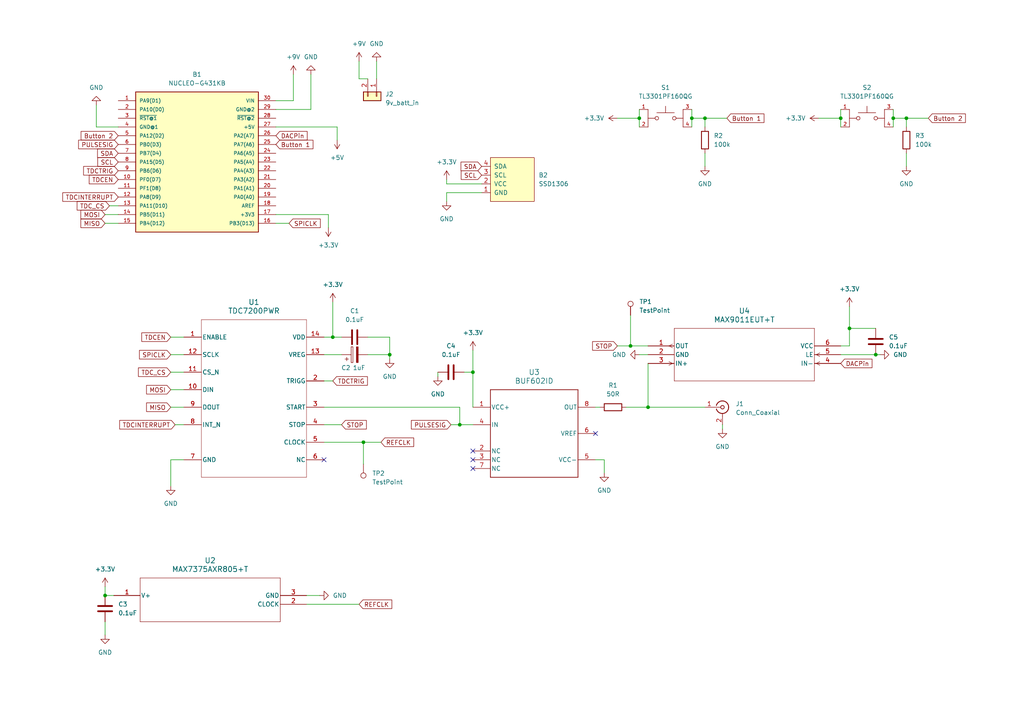
<source format=kicad_sch>
(kicad_sch (version 20230121) (generator eeschema)
  (paper "A4")
  (lib_symbols
    (symbol "2023-07-05_03-30-52:MAX9011EUT+T" (pin_names (offset 0.254))
      (property "Reference" "U" (at 27.94 10.16 0))
      (property "Value" "MAX9011EUT+T" (at 27.94 7.62 0))
      (symbol "MAX9011EUT+T_0_1"
        (polyline (pts (xy 7.0993 -5.08) (xy 6.0579 -5.6007)) (stroke (width 0.127)))
        (polyline (pts (xy 7.0993 -5.08) (xy 6.0579 -4.5593)) (stroke (width 0.127)))
        (polyline (pts (xy 7.0993 -0.5207) (xy 6.0579 0)) (stroke (width 0.127)))
        (polyline (pts (xy 7.0993 0.5207) (xy 6.0579 0)) (stroke (width 0.127)))
        (polyline (pts (xy 7.62 -10.16) (xy 48.26 -10.16)) (stroke (width 0.127)))
        (polyline (pts (xy 7.62 5.08) (xy 7.62 -10.16)) (stroke (width 0.127)))
        (polyline (pts (xy 48.26 -10.16) (xy 48.26 5.08)) (stroke (width 0.127)))
        (polyline (pts (xy 48.26 5.08) (xy 7.62 5.08)) (stroke (width 0.127)))
        (polyline (pts (xy 48.7807 -5.08) (xy 49.8221 -5.6007)) (stroke (width 0.127)))
        (polyline (pts (xy 48.7807 -5.08) (xy 49.8221 -4.5593)) (stroke (width 0.127)))
        (polyline (pts (xy 48.7807 -2.54) (xy 49.8221 -3.0607)) (stroke (width 0.127)))
        (polyline (pts (xy 48.7807 -2.54) (xy 49.8221 -2.0193)) (stroke (width 0.127)))
        (pin output line (at 0 0 0) (length 7.62) (name "OUT") (number "1"))
        (pin power_in line (at 0 -2.54 0) (length 7.62) (name "GND") (number "2"))
        (pin input line (at 0 -5.08 0) (length 7.62) (name "IN+") (number "3"))
        (pin input line (at 55.88 -5.08 180) (length 7.62) (name "IN-") (number "4"))
        (pin input line (at 55.88 -2.54 180) (length 7.62) (name "LE") (number "5"))
        (pin power_in line (at 55.88 0 180) (length 7.62) (name "VCC") (number "6"))
      )
    )
    (symbol "2023-07-05_03-38-51:BUF602ID" (pin_names (offset 0.254))
      (property "Reference" "U" (at 0 2.54 0))
      (property "Value" "BUF602ID" (at 0 0 0))
      (symbol "BUF602ID_0_1"
        (polyline (pts (xy -12.7 -12.7) (xy 12.7 -12.7)) (stroke (width 0.2032)))
        (polyline (pts (xy -12.7 12.7) (xy -12.7 -12.7)) (stroke (width 0.2032)))
        (polyline (pts (xy 12.7 -12.7) (xy 12.7 12.7)) (stroke (width 0.2032)))
        (polyline (pts (xy 12.7 12.7) (xy -12.7 12.7)) (stroke (width 0.2032)))
        (pin power_in line (at -17.78 7.62 0) (length 5.08) (name "VCC+") (number "1"))
        (pin unspecified line (at -17.78 -5.08 0) (length 5.08) (name "NC") (number "2"))
        (pin unspecified line (at -17.78 -7.62 0) (length 5.08) (name "NC") (number "3"))
        (pin input line (at -17.78 2.54 0) (length 5.08) (name "IN") (number "4"))
        (pin power_in line (at 17.78 -7.62 180) (length 5.08) (name "VCC-") (number "5"))
        (pin output line (at 17.78 0 180) (length 5.08) (name "VREF") (number "6"))
        (pin unspecified line (at -17.78 -10.16 0) (length 5.08) (name "NC") (number "7"))
        (pin output line (at 17.78 7.62 180) (length 5.08) (name "OUT") (number "8"))
      )
    )
    (symbol "2023-07-05_04-24-47:MAX7375AXR805+T" (pin_names (offset 0.254))
      (property "Reference" "U" (at 27.94 10.16 0))
      (property "Value" "MAX7375AXR805+T" (at 27.94 7.62 0))
      (symbol "MAX7375AXR805+T_0_1"
        (polyline (pts (xy 7.62 -7.62) (xy 48.26 -7.62)) (stroke (width 0.127)))
        (polyline (pts (xy 7.62 5.08) (xy 7.62 -7.62)) (stroke (width 0.127)))
        (polyline (pts (xy 48.26 -7.62) (xy 48.26 5.08)) (stroke (width 0.127)))
        (polyline (pts (xy 48.26 5.08) (xy 7.62 5.08)) (stroke (width 0.127)))
        (pin power_in line (at 0 0 0) (length 7.62) (name "V+") (number "1"))
        (pin output line (at 55.88 -2.54 180) (length 7.62) (name "CLOCK") (number "2"))
        (pin power_in line (at 55.88 0 180) (length 7.62) (name "GND") (number "3"))
      )
    )
    (symbol "Connector:Conn_Coaxial" (pin_names (offset 1.016) hide)
      (property "Reference" "J" (at 0.254 3.048 0))
      (property "Value" "Conn_Coaxial" (at 2.921 0 90))
      (symbol "Conn_Coaxial_0_1"
        (arc (start -1.778 -0.508) (mid 0.2311 -1.8066) (end 1.778 0) (stroke (width 0.254)))
        (polyline (pts (xy -2.54 0) (xy -0.508 0)))
        (polyline (pts (xy 0 -2.54) (xy 0 -1.778)))
        (circle (center 0 0) (radius 0.508) (stroke (width 0.2032)))
        (arc (start 1.778 0) (mid 0.2099 1.8101) (end -1.778 0.508) (stroke (width 0.254)))
      )
      (symbol "Conn_Coaxial_1_1"
        (pin passive line (at -5.08 0 0) (length 2.54) (name "In") (number "1"))
        (pin passive line (at 0 -5.08 90) (length 2.54) (name "Ext") (number "2"))
      )
    )
    (symbol "Connector:TestPoint" (pin_numbers hide) (pin_names (offset 0.762) hide)
      (property "Reference" "TP" (at 0 6.858 0))
      (property "Value" "TestPoint" (at 0 5.08 0))
      (symbol "TestPoint_0_1"
        (circle (center 0 3.302) (radius 0.762))
      )
      (symbol "TestPoint_1_1"
        (pin passive line (at 0 0 90) (length 2.54) (name "1") (number "1"))
      )
    )
    (symbol "Connector_Generic:Conn_01x02" (pin_names (offset 1.016) hide)
      (property "Reference" "J" (at 0 2.54 0))
      (property "Value" "Conn_01x02" (at 0 -5.08 0))
      (symbol "Conn_01x02_1_1"
        (rectangle (start -1.27 -2.413) (end 0 -2.667) (stroke (width 0.1524)))
        (rectangle (start -1.27 0.127) (end 0 -0.127) (stroke (width 0.1524)))
        (rectangle (start -1.27 1.27) (end 1.27 -3.81) (stroke (width 0.254)) (fill (type background)))
        (pin passive line (at -5.08 0 0) (length 3.81) (name "Pin_1") (number "1"))
        (pin passive line (at -5.08 -2.54 0) (length 3.81) (name "Pin_2") (number "2"))
      )
    )
    (symbol "Device:C" (pin_numbers hide) (pin_names (offset 0.254))
      (property "Reference" "C" (at 0.635 2.54 0))
      (property "Value" "C" (at 0.635 -2.54 0))
      (symbol "C_0_1"
        (polyline (pts (xy -2.032 -0.762) (xy 2.032 -0.762)) (stroke (width 0.508)))
        (polyline (pts (xy -2.032 0.762) (xy 2.032 0.762)) (stroke (width 0.508)))
      )
      (symbol "C_1_1"
        (pin passive line (at 0 3.81 270) (length 2.794) (name "~") (number "1"))
        (pin passive line (at 0 -3.81 90) (length 2.794) (name "~") (number "2"))
      )
    )
    (symbol "Device:C_Polarized" (pin_numbers hide) (pin_names (offset 0.254))
      (property "Reference" "C" (at 0.635 2.54 0))
      (property "Value" "C_Polarized" (at 0.635 -2.54 0))
      (symbol "C_Polarized_0_1"
        (rectangle (start -2.286 0.508) (end 2.286 1.016))
        (polyline (pts (xy -1.778 2.286) (xy -0.762 2.286)))
        (polyline (pts (xy -1.27 2.794) (xy -1.27 1.778)))
        (rectangle (start 2.286 -0.508) (end -2.286 -1.016) (fill (type outline)))
      )
      (symbol "C_Polarized_1_1"
        (pin passive line (at 0 3.81 270) (length 2.794) (name "~") (number "1"))
        (pin passive line (at 0 -3.81 90) (length 2.794) (name "~") (number "2"))
      )
    )
    (symbol "Device:R" (pin_numbers hide) (pin_names (offset 0))
      (property "Reference" "R" (at 2.032 0 90))
      (property "Value" "R" (at 0 0 90))
      (symbol "R_0_1"
        (rectangle (start -1.016 -2.54) (end 1.016 2.54) (stroke (width 0.254)))
      )
      (symbol "R_1_1"
        (pin passive line (at 0 3.81 270) (length 1.27) (name "~") (number "1"))
        (pin passive line (at 0 -3.81 90) (length 1.27) (name "~") (number "2"))
      )
    )
    (symbol "NUCLEO-G431KB:NUCLEO-G431KB" (pin_names (offset 1.016))
      (property "Reference" "IC" (at -3.81 22.86 0))
      (property "Value" "NUCLEO-G431KB" (at -6.35 -22.86 0))
      (symbol "NUCLEO-G431KB_0_0"
        (rectangle (start -17.78 -20.32) (end 17.78 20.32) (stroke (width 0.254)) (fill (type background)))
        (pin bidirectional line (at -22.86 17.78 0) (length 5.08) (name "PA9(D1)") (number "1"))
        (pin bidirectional line (at -22.86 -5.08 0) (length 5.08) (name "PF0(D7)") (number "10"))
        (pin bidirectional line (at -22.86 -7.62 0) (length 5.08) (name "PF1(D8)") (number "11"))
        (pin bidirectional line (at -22.86 -10.16 0) (length 5.08) (name "PA8(D9)") (number "12"))
        (pin bidirectional line (at -22.86 -12.7 0) (length 5.08) (name "PA11(D10)") (number "13"))
        (pin bidirectional line (at -22.86 -15.24 0) (length 5.08) (name "PB5(D11)") (number "14"))
        (pin bidirectional line (at -22.86 -17.78 0) (length 5.08) (name "PB4(D12)") (number "15"))
        (pin bidirectional line (at 22.86 -17.78 180) (length 5.08) (name "PB3(D13)") (number "16"))
        (pin passive line (at 22.86 -15.24 180) (length 5.08) (name "+3V3") (number "17"))
        (pin passive line (at 22.86 -12.7 180) (length 5.08) (name "AREF") (number "18"))
        (pin bidirectional line (at 22.86 -10.16 180) (length 5.08) (name "PA0(A0)") (number "19"))
        (pin bidirectional line (at -22.86 15.24 0) (length 5.08) (name "PA10(D0)") (number "2"))
        (pin bidirectional line (at 22.86 -7.62 180) (length 5.08) (name "PA1(A1)") (number "20"))
        (pin bidirectional line (at 22.86 -5.08 180) (length 5.08) (name "PA3(A2)") (number "21"))
        (pin bidirectional line (at 22.86 -2.54 180) (length 5.08) (name "PA4(A3)") (number "22"))
        (pin bidirectional line (at 22.86 0 180) (length 5.08) (name "PA5(A4)") (number "23"))
        (pin bidirectional line (at 22.86 2.54 180) (length 5.08) (name "PA6(A5)") (number "24"))
        (pin bidirectional line (at 22.86 5.08 180) (length 5.08) (name "PA7(A6)") (number "25"))
        (pin bidirectional line (at 22.86 7.62 180) (length 5.08) (name "PA2(A7)") (number "26"))
        (pin passive line (at 22.86 10.16 180) (length 5.08) (name "+5V") (number "27"))
        (pin bidirectional line (at 22.86 12.7 180) (length 5.08) (name "~{RST@2}") (number "28"))
        (pin passive line (at 22.86 15.24 180) (length 5.08) (name "GND@2") (number "29"))
        (pin bidirectional line (at -22.86 12.7 0) (length 5.08) (name "~{RST@1}") (number "3"))
        (pin passive line (at 22.86 17.78 180) (length 5.08) (name "VIN") (number "30"))
        (pin passive line (at -22.86 10.16 0) (length 5.08) (name "GND@1") (number "4"))
        (pin bidirectional line (at -22.86 7.62 0) (length 5.08) (name "PA12(D2)") (number "5"))
        (pin bidirectional line (at -22.86 5.08 0) (length 5.08) (name "PB0(D3)") (number "6"))
        (pin bidirectional line (at -22.86 2.54 0) (length 5.08) (name "PB7(D4)") (number "7"))
        (pin bidirectional line (at -22.86 0 0) (length 5.08) (name "PA15(D5)") (number "8"))
        (pin bidirectional line (at -22.86 -2.54 0) (length 5.08) (name "PB6(D6)") (number "9"))
      )
    )
    (symbol "SSD1306-128x64_OLED:SSD1306" (pin_names (offset 1.016))
      (property "Reference" "Brd" (at 0 -3.81 0))
      (property "Value" "SSD1306" (at 0 -1.27 0))
      (symbol "SSD1306_0_1"
        (rectangle (start -6.35 6.35) (end 6.35 -6.35) (fill (type background)))
      )
      (symbol "SSD1306_1_1"
        (pin input line (at -3.81 8.89 270) (length 2.54) (name "GND") (number "1"))
        (pin input line (at -1.27 8.89 270) (length 2.54) (name "VCC") (number "2"))
        (pin input line (at 1.27 8.89 270) (length 2.54) (name "SCL") (number "3"))
        (pin input line (at 3.81 8.89 270) (length 2.54) (name "SDA") (number "4"))
      )
    )
    (symbol "TDC:TDC7200PWR" (pin_names (offset 0.254))
      (property "Reference" "U" (at 0 2.54 0))
      (property "Value" "TDC7200PWR" (at 0 0 0))
      (symbol "TDC7200PWR_0_1"
        (polyline (pts (xy -15.24 -22.86) (xy 15.24 -22.86)) (stroke (width 0.1016)))
        (polyline (pts (xy -15.24 22.86) (xy -15.24 -22.86)) (stroke (width 0.1016)))
        (polyline (pts (xy 15.24 -22.86) (xy 15.24 22.86)) (stroke (width 0.1016)))
        (polyline (pts (xy 15.24 22.86) (xy -15.24 22.86)) (stroke (width 0.1016)))
        (pin input line (at 20.32 17.78 180) (length 5.08) (name "ENABLE") (number "1"))
        (pin input line (at 20.32 2.54 180) (length 5.08) (name "DIN") (number "10"))
        (pin input line (at 20.32 7.62 180) (length 5.08) (name "CS_N") (number "11"))
        (pin input line (at 20.32 12.7 180) (length 5.08) (name "SCLK") (number "12"))
        (pin power_in line (at -20.32 12.7 0) (length 5.08) (name "VREG") (number "13"))
        (pin power_in line (at -20.32 17.78 0) (length 5.08) (name "VDD") (number "14"))
        (pin output line (at -20.32 5.08 0) (length 5.08) (name "TRIGG") (number "2"))
        (pin input line (at -20.32 -2.54 0) (length 5.08) (name "START") (number "3"))
        (pin input line (at -20.32 -7.62 0) (length 5.08) (name "STOP") (number "4"))
        (pin input line (at -20.32 -12.7 0) (length 5.08) (name "CLOCK") (number "5"))
        (pin unspecified line (at -20.32 -17.78 0) (length 5.08) (name "NC") (number "6"))
        (pin power_in line (at 20.32 -17.78 180) (length 5.08) (name "GND") (number "7"))
        (pin output line (at 20.32 -7.62 180) (length 5.08) (name "INT_N") (number "8"))
        (pin output line (at 20.32 -2.54 180) (length 5.08) (name "DOUT") (number "9"))
      )
    )
    (symbol "TL3301PF160QG:TL3301PF160QG" (pin_names (offset 1.016))
      (property "Reference" "S" (at -5.08 5.08 0))
      (property "Value" "TL3301PF160QG" (at -5.08 -5.08 0))
      (symbol "TL3301PF160QG_0_0"
        (circle (center -2.54 0) (radius 0.508) (stroke (width 0.1524)))
        (polyline (pts (xy -5.08 0) (xy -3.048 0)) (stroke (width 0.1524)))
        (polyline (pts (xy -5.08 2.54) (xy -5.08 -2.54)) (stroke (width 0.1524)))
        (polyline (pts (xy -2.54 1.5875) (xy 0 1.5875)) (stroke (width 0.1524)))
        (polyline (pts (xy 0 1.5875) (xy 0 3.4925)) (stroke (width 0.1524)))
        (polyline (pts (xy 0 1.5875) (xy 2.54 1.5875)) (stroke (width 0.1524)))
        (polyline (pts (xy 5.08 0) (xy 3.048 0)) (stroke (width 0.1524)))
        (polyline (pts (xy 5.08 2.54) (xy 5.08 -2.54)) (stroke (width 0.1524)))
        (circle (center 2.54 0) (radius 0.508) (stroke (width 0.1524)))
        (pin passive line (at -7.62 2.54 0) (length 2.54) (name "~") (number "1"))
        (pin passive line (at -7.62 -2.54 0) (length 2.54) (name "~") (number "2"))
        (pin passive line (at 7.62 2.54 180) (length 2.54) (name "~") (number "3"))
        (pin passive line (at 7.62 -2.54 180) (length 2.54) (name "~") (number "4"))
      )
    )
    (symbol "power:+3.3V" (power) (pin_names (offset 0))
      (property "Value" "+3.3V" (at 0 3.556 0))
      (symbol "+3.3V_0_1"
        (polyline (pts (xy -0.762 1.27) (xy 0 2.54)))
        (polyline (pts (xy 0 0) (xy 0 2.54)))
        (polyline (pts (xy 0 2.54) (xy 0.762 1.27)))
      )
      (symbol "+3.3V_1_1"
        (pin power_in line (at 0 0 90) (length 0) hide (name "+3.3V") (number "1"))
      )
    )
    (symbol "power:+5V" (power) (pin_names (offset 0))
      (property "Value" "+5V" (at 0 3.556 0))
      (symbol "+5V_0_1"
        (polyline (pts (xy -0.762 1.27) (xy 0 2.54)))
        (polyline (pts (xy 0 0) (xy 0 2.54)))
        (polyline (pts (xy 0 2.54) (xy 0.762 1.27)))
      )
      (symbol "+5V_1_1"
        (pin power_in line (at 0 0 90) (length 0) hide (name "+5V") (number "1"))
      )
    )
    (symbol "power:+9V" (power) (pin_names (offset 0))
      (property "Value" "+9V" (at 0 3.556 0))
      (symbol "+9V_0_1"
        (polyline (pts (xy -0.762 1.27) (xy 0 2.54)))
        (polyline (pts (xy 0 0) (xy 0 2.54)))
        (polyline (pts (xy 0 2.54) (xy 0.762 1.27)))
      )
      (symbol "+9V_1_1"
        (pin power_in line (at 0 0 90) (length 0) hide (name "+9V") (number "1"))
      )
    )
    (symbol "power:GND" (power) (pin_names (offset 0))
      (property "Value" "GND" (at 0 -3.81 0))
      (symbol "GND_0_1"
        (polyline (pts (xy 0 0) (xy 0 -1.27) (xy 1.27 -1.27) (xy 0 -2.54) (xy -1.27 -1.27) (xy 0 -1.27)))
      )
      (symbol "GND_1_1"
        (pin power_in line (at 0 0 270) (length 0) hide (name "GND") (number "1"))
      )
    )
  )
  (junction (at 182.88 100.33))
  (junction (at 200.66 34.29))
  (junction (at 254 102.87))
  (junction (at 30.48 172.72))
  (junction (at 204.47 34.29))
  (junction (at 133.35 123.19))
  (junction (at 113.03 102.87))
  (junction (at 259.08 34.29))
  (junction (at 96.52 97.79))
  (junction (at 246.38 95.25))
  (junction (at 105.41 128.27))
  (junction (at 262.89 34.29))
  (junction (at 243.84 34.29))
  (junction (at 137.16 107.95))
  (junction (at 187.96 118.11))
  (junction (at 185.42 34.29))
  (no_connect (at 137.16 130.81))
  (no_connect (at 137.16 133.35))
  (no_connect (at 137.16 135.89))
  (no_connect (at 172.72 125.73))
  (no_connect (at 93.98 133.35))
  (wire (pts (xy 182.88 91.44) (xy 182.88 100.33)))
  (wire (pts (xy 90.17 21.59) (xy 90.17 31.75)))
  (wire (pts (xy 130.81 123.19) (xy 133.35 123.19)))
  (wire (pts (xy 104.14 17.78) (xy 104.14 22.86)))
  (wire (pts (xy 30.48 62.23) (xy 34.29 62.23)))
  (wire (pts (xy 27.94 30.48) (xy 27.94 36.83)))
  (wire (pts (xy 243.84 34.29) (xy 243.84 36.83)))
  (wire (pts (xy 113.03 97.79) (xy 113.03 102.87)))
  (wire (pts (xy 259.08 34.29) (xy 259.08 36.83)))
  (wire (pts (xy 243.84 102.87) (xy 254 102.87)))
  (wire (pts (xy 113.03 102.87) (xy 113.03 104.14)))
  (wire (pts (xy 262.89 34.29) (xy 269.24 34.29)))
  (wire (pts (xy 185.42 102.87) (xy 187.96 102.87)))
  (wire (pts (xy 49.53 97.79) (xy 53.34 97.79)))
  (wire (pts (xy 129.54 53.34) (xy 139.7 53.34)))
  (wire (pts (xy 246.38 100.33) (xy 246.38 95.25)))
  (wire (pts (xy 80.01 36.83) (xy 97.79 36.83)))
  (wire (pts (xy 30.48 64.77) (xy 34.29 64.77)))
  (wire (pts (xy 85.09 21.59) (xy 85.09 29.21)))
  (wire (pts (xy 80.01 62.23) (xy 95.25 62.23)))
  (wire (pts (xy 243.84 31.75) (xy 243.84 34.29)))
  (wire (pts (xy 88.9 175.26) (xy 104.14 175.26)))
  (wire (pts (xy 133.35 123.19) (xy 137.16 123.19)))
  (wire (pts (xy 93.98 110.49) (xy 96.52 110.49)))
  (wire (pts (xy 179.07 100.33) (xy 182.88 100.33)))
  (wire (pts (xy 49.53 107.95) (xy 53.34 107.95)))
  (wire (pts (xy 262.89 34.29) (xy 262.89 36.83)))
  (wire (pts (xy 209.55 123.19) (xy 209.55 124.46)))
  (wire (pts (xy 49.53 133.35) (xy 49.53 140.97)))
  (wire (pts (xy 175.26 133.35) (xy 175.26 137.16)))
  (wire (pts (xy 133.35 118.11) (xy 133.35 123.19)))
  (wire (pts (xy 200.66 31.75) (xy 200.66 34.29)))
  (wire (pts (xy 96.52 97.79) (xy 99.06 97.79)))
  (wire (pts (xy 237.49 34.29) (xy 243.84 34.29)))
  (wire (pts (xy 246.38 88.9) (xy 246.38 95.25)))
  (wire (pts (xy 93.98 97.79) (xy 96.52 97.79)))
  (wire (pts (xy 129.54 52.07) (xy 129.54 53.34)))
  (wire (pts (xy 50.8 123.19) (xy 53.34 123.19)))
  (wire (pts (xy 95.25 62.23) (xy 95.25 66.04)))
  (wire (pts (xy 30.48 172.72) (xy 33.02 172.72)))
  (wire (pts (xy 262.89 44.45) (xy 262.89 48.26)))
  (wire (pts (xy 134.62 107.95) (xy 137.16 107.95)))
  (wire (pts (xy 187.96 105.41) (xy 187.96 118.11)))
  (wire (pts (xy 49.53 113.03) (xy 53.34 113.03)))
  (wire (pts (xy 80.01 29.21) (xy 85.09 29.21)))
  (wire (pts (xy 204.47 44.45) (xy 204.47 48.26)))
  (wire (pts (xy 204.47 34.29) (xy 204.47 36.83)))
  (wire (pts (xy 172.72 118.11) (xy 173.99 118.11)))
  (wire (pts (xy 181.61 118.11) (xy 187.96 118.11)))
  (wire (pts (xy 129.54 55.88) (xy 139.7 55.88)))
  (wire (pts (xy 105.41 128.27) (xy 110.49 128.27)))
  (wire (pts (xy 30.48 170.18) (xy 30.48 172.72)))
  (wire (pts (xy 172.72 133.35) (xy 175.26 133.35)))
  (wire (pts (xy 97.79 36.83) (xy 97.79 40.64)))
  (wire (pts (xy 53.34 133.35) (xy 49.53 133.35)))
  (wire (pts (xy 31.75 59.69) (xy 34.29 59.69)))
  (wire (pts (xy 259.08 31.75) (xy 259.08 34.29)))
  (wire (pts (xy 105.41 128.27) (xy 105.41 134.62)))
  (wire (pts (xy 106.68 97.79) (xy 113.03 97.79)))
  (wire (pts (xy 259.08 34.29) (xy 262.89 34.29)))
  (wire (pts (xy 93.98 128.27) (xy 105.41 128.27)))
  (wire (pts (xy 93.98 123.19) (xy 99.06 123.19)))
  (wire (pts (xy 185.42 31.75) (xy 185.42 34.29)))
  (wire (pts (xy 179.07 34.29) (xy 185.42 34.29)))
  (wire (pts (xy 104.14 22.86) (xy 106.68 22.86)))
  (wire (pts (xy 200.66 34.29) (xy 204.47 34.29)))
  (wire (pts (xy 30.48 180.34) (xy 30.48 184.15)))
  (wire (pts (xy 129.54 58.42) (xy 129.54 55.88)))
  (wire (pts (xy 127 107.95) (xy 127 109.22)))
  (wire (pts (xy 185.42 34.29) (xy 185.42 36.83)))
  (wire (pts (xy 88.9 172.72) (xy 92.71 172.72)))
  (wire (pts (xy 109.22 17.78) (xy 109.22 22.86)))
  (wire (pts (xy 137.16 107.95) (xy 137.16 118.11)))
  (wire (pts (xy 200.66 34.29) (xy 200.66 36.83)))
  (wire (pts (xy 27.94 36.83) (xy 34.29 36.83)))
  (wire (pts (xy 90.17 31.75) (xy 80.01 31.75)))
  (wire (pts (xy 93.98 102.87) (xy 99.06 102.87)))
  (wire (pts (xy 96.52 87.63) (xy 96.52 97.79)))
  (wire (pts (xy 187.96 118.11) (xy 204.47 118.11)))
  (wire (pts (xy 246.38 95.25) (xy 254 95.25)))
  (wire (pts (xy 106.68 102.87) (xy 113.03 102.87)))
  (wire (pts (xy 137.16 101.6) (xy 137.16 107.95)))
  (wire (pts (xy 49.53 118.11) (xy 53.34 118.11)))
  (wire (pts (xy 204.47 34.29) (xy 210.82 34.29)))
  (wire (pts (xy 80.01 64.77) (xy 83.82 64.77)))
  (wire (pts (xy 49.53 102.87) (xy 53.34 102.87)))
  (wire (pts (xy 254 102.87) (xy 255.27 102.87)))
  (wire (pts (xy 93.98 118.11) (xy 133.35 118.11)))
  (wire (pts (xy 243.84 100.33) (xy 246.38 100.33)))
  (wire (pts (xy 182.88 100.33) (xy 187.96 100.33)))
  (global_label "STOP" (shape input) (at 99.06 123.19 0) (property "Intersheetrefs" "${INTERSHEET_REFS}" (effects hide)))
  (global_label "Button 2" (shape input) (at 269.24 34.29 0) (property "Intersheetrefs" "${INTERSHEET_REFS}" (effects hide)))
  (global_label "Button 1" (shape input) (at 210.82 34.29 0) (property "Intersheetrefs" "${INTERSHEET_REFS}" (effects hide)))
  (global_label "PULSESIG" (shape input) (at 34.29 41.91 180) (property "Intersheetrefs" "${INTERSHEET_REFS}" (effects hide)))
  (global_label "MISO" (shape input) (at 30.48 64.77 180) (property "Intersheetrefs" "${INTERSHEET_REFS}" (effects hide)))
  (global_label "SCL" (shape input) (at 34.29 46.99 180) (property "Intersheetrefs" "${INTERSHEET_REFS}" (effects hide)))
  (global_label "Button 1" (shape input) (at 80.01 41.91 0) (property "Intersheetrefs" "${INTERSHEET_REFS}" (effects hide)))
  (global_label "REFCLK" (shape input) (at 110.49 128.27 0) (property "Intersheetrefs" "${INTERSHEET_REFS}" (effects hide)))
  (global_label "TDCEN" (shape input) (at 49.53 97.79 180) (property "Intersheetrefs" "${INTERSHEET_REFS}" (effects hide)))
  (global_label "TDCINTERRUPT" (shape input) (at 50.8 123.19 180) (property "Intersheetrefs" "${INTERSHEET_REFS}" (effects hide)))
  (global_label "SCL" (shape input) (at 139.7 50.8 180) (property "Intersheetrefs" "${INTERSHEET_REFS}" (effects hide)))
  (global_label "SPICLK" (shape input) (at 83.82 64.77 0) (property "Intersheetrefs" "${INTERSHEET_REFS}" (effects hide)))
  (global_label "MOSI" (shape input) (at 30.48 62.23 180) (property "Intersheetrefs" "${INTERSHEET_REFS}" (effects hide)))
  (global_label "DACPin" (shape input) (at 243.84 105.41 0) (property "Intersheetrefs" "${INTERSHEET_REFS}" (effects hide)))
  (global_label "DACPin" (shape input) (at 80.01 39.37 0) (property "Intersheetrefs" "${INTERSHEET_REFS}" (effects hide)))
  (global_label "TDCTRIG" (shape input) (at 34.29 49.53 180) (property "Intersheetrefs" "${INTERSHEET_REFS}" (effects hide)))
  (global_label "TDC_CS" (shape input) (at 31.75 59.69 180) (property "Intersheetrefs" "${INTERSHEET_REFS}" (effects hide)))
  (global_label "MISO" (shape input) (at 49.53 118.11 180) (property "Intersheetrefs" "${INTERSHEET_REFS}" (effects hide)))
  (global_label "TDC_CS" (shape input) (at 49.53 107.95 180) (property "Intersheetrefs" "${INTERSHEET_REFS}" (effects hide)))
  (global_label "TDCEN" (shape input) (at 34.29 52.07 180) (property "Intersheetrefs" "${INTERSHEET_REFS}" (effects hide)))
  (global_label "MOSI" (shape input) (at 49.53 113.03 180) (property "Intersheetrefs" "${INTERSHEET_REFS}" (effects hide)))
  (global_label "REFCLK" (shape input) (at 104.14 175.26 0) (property "Intersheetrefs" "${INTERSHEET_REFS}" (effects hide)))
  (global_label "TDCTRIG" (shape input) (at 96.52 110.49 0) (property "Intersheetrefs" "${INTERSHEET_REFS}" (effects hide)))
  (global_label "Button 2" (shape input) (at 34.29 39.37 180) (property "Intersheetrefs" "${INTERSHEET_REFS}" (effects hide)))
  (global_label "SPICLK" (shape input) (at 49.53 102.87 180) (property "Intersheetrefs" "${INTERSHEET_REFS}" (effects hide)))
  (global_label "SDA" (shape input) (at 139.7 48.26 180) (property "Intersheetrefs" "${INTERSHEET_REFS}" (effects hide)))
  (global_label "PULSESIG" (shape input) (at 130.81 123.19 180) (property "Intersheetrefs" "${INTERSHEET_REFS}" (effects hide)))
  (global_label "SDA" (shape input) (at 34.29 44.45 180) (property "Intersheetrefs" "${INTERSHEET_REFS}" (effects hide)))
  (global_label "STOP" (shape input) (at 179.07 100.33 180) (property "Intersheetrefs" "${INTERSHEET_REFS}" (effects hide)))
  (global_label "TDCINTERRUPT" (shape input) (at 34.29 57.15 180) (property "Intersheetrefs" "${INTERSHEET_REFS}" (effects hide)))
  (symbol (lib_id "power:GND") (at 30.48 184.15 0) (unit 1)
    (property "Reference" "#PWR07" (effects hide))
    (property "Value" "GND" (at 30.48 189.23 0))
  )
  (symbol (lib_id "power:+3.3V") (at 237.49 34.29 90) (unit 1)
    (property "Reference" "#PWR023" (effects hide))
    (property "Value" "+3.3V" (at 233.68 34.29 90) (effects (justify left)))
  )
  (symbol (lib_id "Connector:TestPoint") (at 182.88 91.44 0) (unit 1)
    (property "Reference" "TP1" (at 185.42 87.503 0) (effects (justify left)))
    (property "Value" "TestPoint" (at 185.42 90.043 0) (effects (justify left)))
    (property "Footprint" "Connector_PinHeader_2.54mm:PinHeader_1x01_P2.54mm_Vertical" (effects hide))
  )
  (symbol (lib_id "power:+3.3V") (at 129.54 52.07 0) (unit 1)
    (property "Reference" "#PWR018" (effects hide))
    (property "Value" "+3.3V" (at 129.54 46.99 0))
  )
  (symbol (lib_id "power:GND") (at 92.71 172.72 90) (unit 1)
    (property "Reference" "#PWR012" (effects hide))
    (property "Value" "GND" (at 96.52 172.72 90) (effects (justify right)))
  )
  (symbol (lib_id "power:+9V") (at 104.14 17.78 0) (unit 1)
    (property "Reference" "#PWR025" (effects hide))
    (property "Value" "+9V" (at 104.14 12.7 0))
  )
  (symbol (lib_id "power:GND") (at 109.22 17.78 180) (unit 1)
    (property "Reference" "#PWR026" (effects hide))
    (property "Value" "GND" (at 109.22 12.7 0))
  )
  (symbol (lib_id "power:GND") (at 204.47 48.26 0) (unit 1)
    (property "Reference" "#PWR022" (effects hide))
    (property "Value" "GND" (at 204.47 53.34 0))
  )
  (symbol (lib_id "power:GND") (at 49.53 140.97 0) (unit 1)
    (property "Reference" "#PWR03" (effects hide))
    (property "Value" "GND" (at 49.53 146.05 0))
  )
  (symbol (lib_id "Connector:Conn_Coaxial") (at 209.55 118.11 0) (unit 1)
    (property "Reference" "J1" (at 213.36 117.1332 0) (effects (justify left)))
    (property "Value" "Conn_Coaxial" (at 213.36 119.6732 0) (effects (justify left)))
    (property "Footprint" "Library:0731375003_BCN_conn" (effects hide))
    (property "Datasheet" " ~" (effects hide))
  )
  (symbol (lib_id "power:GND") (at 185.42 102.87 270) (unit 1)
    (property "Reference" "#PWR011" (effects hide))
    (property "Value" "GND" (at 181.61 102.87 90) (effects (justify right)))
  )
  (symbol (lib_id "power:GND") (at 175.26 137.16 0) (unit 1)
    (property "Reference" "#PWR010" (effects hide))
    (property "Value" "GND" (at 175.26 142.24 0))
  )
  (symbol (lib_id "Device:C") (at 254 99.06 180) (unit 1)
    (property "Reference" "C5" (at 257.81 97.79 0) (effects (justify right)))
    (property "Value" "0.1uF" (at 257.81 100.33 0) (effects (justify right)))
    (property "Footprint" "06035C104JAT2A:CAPC1608X90N" (effects hide))
  )
  (symbol (lib_id "Connector_Generic:Conn_01x02") (at 109.22 27.94 270) (unit 1)
    (property "Reference" "J2" (at 111.76 27.305 90) (effects (justify left)))
    (property "Value" "9v_batt_in" (at 111.76 29.845 90) (effects (justify left)))
    (property "Footprint" "Connector_PinHeader_2.54mm:PinHeader_1x02_P2.54mm_Vertical" (effects hide))
  )
  (symbol (lib_id "2023-07-05_03-30-52:MAX9011EUT+T") (at 187.96 100.33 0) (unit 1)
    (property "Reference" "U4" (at 215.9 90.17 0) (effects (font (size 1.524 1.524))))
    (property "Value" "MAX9011EUT+T" (at 215.9 92.71 0) (effects (font (size 1.524 1.524))))
    (property "Footprint" "MAX9011EUT:21-0058I_MXM" (effects hide))
    (property "Datasheet" "MAX9011EUT+T" (effects hide))
  )
  (symbol (lib_id "Connector:TestPoint") (at 105.41 134.62 180) (unit 1)
    (property "Reference" "TP2" (at 107.95 137.287 0) (effects (justify right)))
    (property "Value" "TestPoint" (at 107.95 139.827 0) (effects (justify right)))
    (property "Footprint" "Connector_PinHeader_2.54mm:PinHeader_1x01_P2.54mm_Vertical" (effects hide))
  )
  (symbol (lib_id "power:GND") (at 209.55 124.46 0) (unit 1)
    (property "Reference" "#PWR013" (effects hide))
    (property "Value" "GND" (at 209.55 129.54 0))
  )
  (symbol (lib_id "2023-07-05_04-24-47:MAX7375AXR805+T") (at 33.02 172.72 0) (unit 1)
    (property "Reference" "U2" (at 60.96 162.56 0) (effects (font (size 1.524 1.524))))
    (property "Value" "MAX7375AXR805+T" (at 60.96 165.1 0) (effects (font (size 1.524 1.524))))
    (property "Footprint" "MAX737AXR805:21-0075D_MXM" (effects hide))
    (property "Datasheet" "MAX7375AXR805+T" (effects hide))
  )
  (symbol (lib_id "power:+3.3V") (at 137.16 101.6 0) (unit 1)
    (property "Reference" "#PWR09" (effects hide))
    (property "Value" "+3.3V" (at 137.16 96.52 0))
  )
  (symbol (lib_id "Device:R") (at 177.8 118.11 90) (unit 1)
    (property "Reference" "R1" (at 177.8 111.76 90))
    (property "Value" "50R" (at 177.8 114.3 90))
    (property "Footprint" "WSC251550R00FEA:RES_WSC_2515-M" (effects hide))
  )
  (symbol (lib_id "TL3301PF160QG:TL3301PF160QG") (at 193.04 34.29 0) (unit 1)
    (property "Reference" "S1" (at 193.04 25.4 0))
    (property "Value" "TL3301PF160QG" (at 193.04 27.94 0))
    (property "Footprint" "TL3301PF160QG:SW_TL3301PF160QG" (effects hide))
    (property "PARTREV" "E" (effects hide))
    (property "STANDARD" "Manufacturer Recommendations" (effects hide))
    (property "MANUFACTURER" "E-Switch" (effects hide))
    (property "MAXIMUM_PACKAGE_HEIGHT" "5 mm" (effects hide))
    (property "SNAPEDA_PN" "TL3301AF160QG" (effects hide))
  )
  (symbol (lib_id "power:+9V") (at 85.09 21.59 0) (unit 1)
    (property "Reference" "#PWR01" (effects hide))
    (property "Value" "+9V" (at 85.09 16.51 0))
  )
  (symbol (lib_id "power:+3.3V") (at 246.38 88.9 0) (unit 1)
    (property "Reference" "#PWR014" (effects hide))
    (property "Value" "+3.3V" (at 246.38 83.82 0))
  )
  (symbol (lib_id "Device:R") (at 204.47 40.64 0) (unit 1)
    (property "Reference" "R2" (at 207.01 39.37 0) (effects (justify left)))
    (property "Value" "100k" (at 207.01 41.91 0) (effects (justify left)))
    (property "Footprint" "CRCW0201100KFKED:RC0201N_VIS-M" (effects hide))
  )
  (symbol (lib_id "power:GND") (at 255.27 102.87 90) (unit 1)
    (property "Reference" "#PWR015" (effects hide))
    (property "Value" "GND" (at 259.08 102.87 90) (effects (justify right)))
  )
  (symbol (lib_id "power:GND") (at 113.03 104.14 0) (unit 1)
    (property "Reference" "#PWR05" (effects hide))
    (property "Value" "GND" (at 113.03 109.22 0))
  )
  (symbol (lib_id "power:+5V") (at 97.79 40.64 180) (unit 1)
    (property "Reference" "#PWR017" (effects hide))
    (property "Value" "+5V" (at 97.79 45.72 0))
  )
  (symbol (lib_id "power:GND") (at 262.89 48.26 0) (unit 1)
    (property "Reference" "#PWR024" (effects hide))
    (property "Value" "GND" (at 262.89 53.34 0))
  )
  (symbol (lib_id "power:GND") (at 127 109.22 0) (unit 1)
    (property "Reference" "#PWR08" (effects hide))
    (property "Value" "GND" (at 127 114.3 0))
  )
  (symbol (lib_id "Device:C") (at 102.87 97.79 90) (unit 1)
    (property "Reference" "C1" (at 102.87 90.17 90))
    (property "Value" "0.1uF" (at 102.87 92.71 90))
    (property "Footprint" "06035C104JAT2A:CAPC1608X90N" (effects hide))
  )
  (symbol (lib_id "TDC:TDC7200PWR") (at 73.66 115.57 0) (mirror y) (unit 1)
    (property "Reference" "U1" (at 73.66 87.63 0) (effects (font (size 1.524 1.524))))
    (property "Value" "TDC7200PWR" (at 73.66 90.17 0) (effects (font (size 1.524 1.524))))
    (property "Footprint" "TDC7200PWR:SOP65P640X120-14N" (effects hide))
    (property "Datasheet" "TDC7200PWR" (effects hide))
  )
  (symbol (lib_id "power:+3.3V") (at 95.25 66.04 180) (unit 1)
    (property "Reference" "#PWR016" (effects hide))
    (property "Value" "+3.3V" (at 95.25 71.12 0))
  )
  (symbol (lib_id "power:+3.3V") (at 96.52 87.63 0) (unit 1)
    (property "Reference" "#PWR04" (effects hide))
    (property "Value" "+3.3V" (at 96.52 82.55 0))
  )
  (symbol (lib_id "power:GND") (at 27.94 30.48 180) (unit 1)
    (property "Reference" "#PWR02" (effects hide))
    (property "Value" "GND" (at 27.94 25.4 0))
  )
  (symbol (lib_id "NUCLEO-G431KB:NUCLEO-G431KB") (at 57.15 46.99 0) (unit 1)
    (property "Reference" "B1" (at 57.15 21.59 0))
    (property "Value" "NUCLEO-G431KB" (at 57.15 24.13 0))
    (property "Footprint" "NUCLEO-G431KB:DIPS1524W66P254L5029H1500Q30N" (effects hide))
    (property "MANUFACTURER_NAME" "STMicroelectronics" (effects hide))
    (property "RS_PRICE-STOCK" "http://uk.rs-online.com/web/p/products/9092862" (effects hide))
    (property "DESCRIPTION" "STM32 Nucleo-32 development board" (effects hide))
    (property "RS_PART_NUMBER" "9092862" (effects hide))
    (property "HEIGHT" "15mm" (effects hide))
    (property "ARROW_PRICE-STOCK" "https://www.arrow.com/en/products/nucleo-f303k8/stmicroelectronics" (effects hide))
    (property "ARROW_PART_NUMBER" "NUCLEO-F303K8" (effects hide))
    (property "MANUFACTURER_PART_NUMBER" "NUCLEO-F303K8" (effects hide))
  )
  (symbol (lib_id "Device:C") (at 30.48 176.53 0) (unit 1)
    (property "Reference" "C3" (at 34.29 175.26 0) (effects (justify left)))
    (property "Value" "0.1uF" (at 34.29 177.8 0) (effects (justify left)))
    (property "Footprint" "06035C104JAT2A:CAPC1608X90N" (effects hide))
  )
  (symbol (lib_id "Device:C_Polarized") (at 102.87 102.87 90) (unit 1)
    (property "Reference" "C2" (at 100.33 106.68 90))
    (property "Value" "1uF" (at 104.14 106.68 90))
    (property "Footprint" "UWT1HH010MCL1GB:PCAP_4x5.4-ELECT_NCA-L" (effects hide))
  )
  (symbol (lib_id "Device:R") (at 262.89 40.64 0) (unit 1)
    (property "Reference" "R3" (at 265.43 39.37 0) (effects (justify left)))
    (property "Value" "100k" (at 265.43 41.91 0) (effects (justify left)))
    (property "Footprint" "CRCW0201100KFKED:RC0201N_VIS-M" (effects hide))
  )
  (symbol (lib_id "power:GND") (at 129.54 58.42 0) (unit 1)
    (property "Reference" "#PWR019" (effects hide))
    (property "Value" "GND" (at 129.54 63.5 0))
  )
  (symbol (lib_id "TL3301PF160QG:TL3301PF160QG") (at 251.46 34.29 0) (unit 1)
    (property "Reference" "S2" (at 251.46 25.4 0))
    (property "Value" "TL3301PF160QG" (at 251.46 27.94 0))
    (property "Footprint" "TL3301PF160QG:SW_TL3301PF160QG" (effects hide))
    (property "PARTREV" "E" (effects hide))
    (property "STANDARD" "Manufacturer Recommendations" (effects hide))
    (property "MANUFACTURER" "E-Switch" (effects hide))
    (property "MAXIMUM_PACKAGE_HEIGHT" "5 mm" (effects hide))
    (property "SNAPEDA_PN" "TL3301AF160QG" (effects hide))
  )
  (symbol (lib_id "power:+3.3V") (at 30.48 170.18 0) (unit 1)
    (property "Reference" "#PWR06" (effects hide))
    (property "Value" "+3.3V" (at 30.48 165.1 0))
  )
  (symbol (lib_id "SSD1306-128x64_OLED:SSD1306") (at 148.59 52.07 90) (unit 1)
    (property "Reference" "B2" (at 156.21 50.8 90) (effects (justify right)))
    (property "Value" "SSD1306" (at 156.21 53.34 90) (effects (justify right)))
    (property "Footprint" "Library:Adafruit_SSD1306_4Pin" (effects hide))
  )
  (symbol (lib_id "Device:C") (at 130.81 107.95 90) (unit 1)
    (property "Reference" "C4" (at 130.81 100.33 90))
    (property "Value" "0.1uF" (at 130.81 102.87 90))
    (property "Footprint" "06035C104JAT2A:CAPC1608X90N" (effects hide))
  )
  (symbol (lib_id "power:+3.3V") (at 179.07 34.29 90) (unit 1)
    (property "Reference" "#PWR021" (effects hide))
    (property "Value" "+3.3V" (at 175.26 34.29 90) (effects (justify left)))
  )
  (symbol (lib_id "power:GND") (at 90.17 21.59 180) (unit 1)
    (property "Reference" "#PWR020" (effects hide))
    (property "Value" "GND" (at 90.17 16.51 0))
  )
  (symbol (lib_id "2023-07-05_03-38-51:BUF602ID") (at 154.94 125.73 0) (unit 1)
    (property "Reference" "U3" (at 154.94 107.95 0) (effects (font (size 1.524 1.524))))
    (property "Value" "BUF602ID" (at 154.94 110.49 0) (effects (font (size 1.524 1.524))))
    (property "Footprint" "BUF602ID:D0008A_N" (effects hide))
    (property "Datasheet" "BUF602ID" (effects hide))
  )
)
</source>
